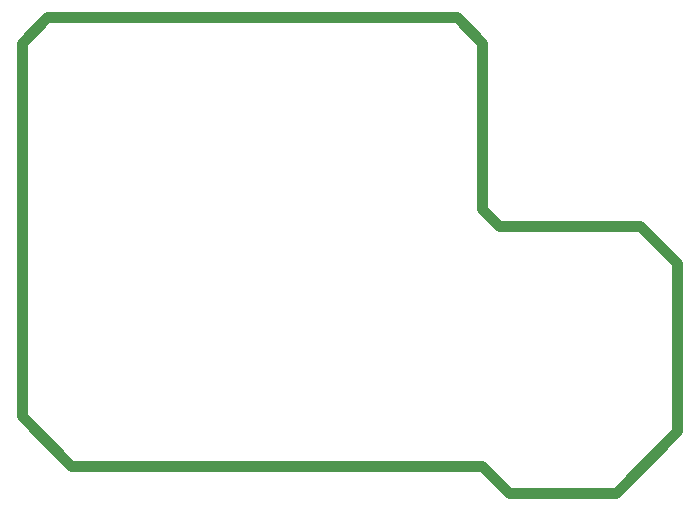
<source format=gko>
G04 start of page 2 for group 9 layer_idx 6 *
G04 Title: (unknown), global_outline *
G04 Creator: pcb-rnd 2.3.0 *
G04 CreationDate: 2021-05-03 19:20:31 UTC *
G04 For:  *
G04 Format: Gerber/RS-274X *
G04 PCB-Dimensions: 500000 500000 *
G04 PCB-Coordinate-Origin: lower left *
%MOIN*%
%FSLAX25Y25*%
%LNGLOBAL_BOUNDARY_UROUTE_9*%
%ADD79C,0.0350*%
G54D79*X175600Y230350D02*X159100Y246850D01*
Y371350D01*
X167600Y379850D01*
X312600Y230350D02*X175600D01*
X304100Y379850D02*X312600Y371350D01*
Y315850D01*
X318100Y310350D01*
X167600Y379850D02*X304100D01*
X318100Y310350D02*X365100D01*
X377600Y297850D01*
Y241850D01*
X357100Y221350D01*
X321600D01*
X312600Y230350D01*
M02*

</source>
